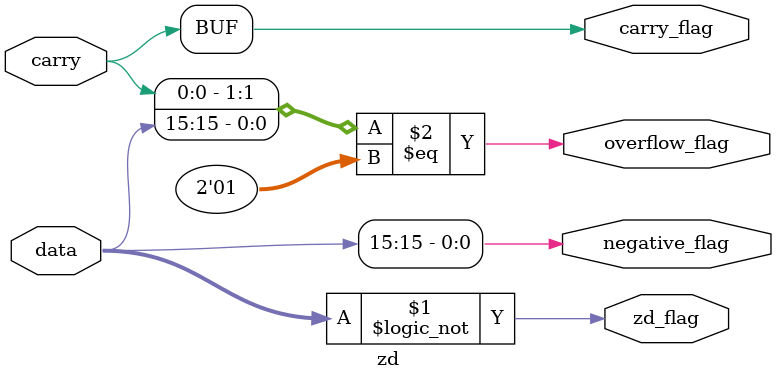
<source format=v>
module zd (
	// ------------------------------------------------------------ 
	// Inputs
	// ------------------------------------------------------------
	input wire [15:0] data,
	input wire carry,
	// ------------------------------------------------------------

	// ------------------------------------------------------------ 
	// Outputs
	// ------------------------------------------------------------
	output wire zd_flag,
	output wire carry_flag,
	output wire overflow_flag,
	output wire negative_flag
	// ------------------------------------------------------------ 
	);

// -------------------------------------------------------------------- 
// Logic Declaration
// --------------------------------------------------------------------	
	assign zd_flag = (data == 16'b0000000000000000);
	assign carry_flag = carry;
	assign overflow_flag = ({carry,data[15]} == 2'b01);
	assign negative_flag = (data[15] == 1'b1);
// --------------------------------------------------------------------

endmodule
// --------------------------------------------------------------------


</source>
